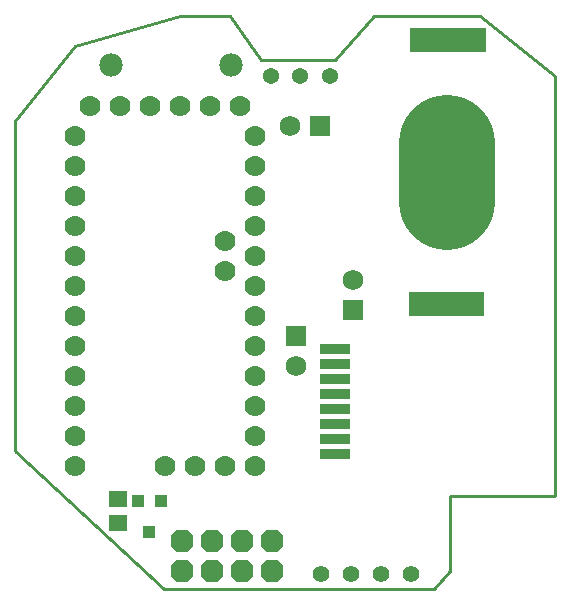
<source format=gts>
G75*
%MOIN*%
%OFA0B0*%
%FSLAX25Y25*%
%IPPOS*%
%LPD*%
%AMOC8*
5,1,8,0,0,1.08239X$1,22.5*
%
%ADD10C,0.01000*%
%ADD11C,0.07000*%
%ADD12C,0.07800*%
%ADD13C,0.05550*%
%ADD14C,0.05400*%
%ADD15R,0.04337X0.03943*%
%ADD16R,0.10400X0.03400*%
%ADD17OC8,0.07600*%
%ADD18R,0.12900X0.08400*%
%ADD19C,0.31896*%
%ADD20R,0.06900X0.06900*%
%ADD21C,0.06900*%
%ADD22R,0.06306X0.05518*%
D10*
X0001500Y0051000D02*
X0001500Y0161000D01*
X0021500Y0186000D01*
X0056500Y0196000D01*
X0073000Y0196000D01*
X0083606Y0181425D01*
X0108106Y0181425D01*
X0121000Y0196000D01*
X0156500Y0196000D01*
X0181500Y0176000D01*
X0181500Y0036000D01*
X0146500Y0036000D01*
X0146500Y0011000D01*
X0141000Y0005000D01*
X0051000Y0005000D01*
X0001500Y0051000D01*
D11*
X0021500Y0046000D03*
X0021500Y0056000D03*
X0021500Y0066000D03*
X0021500Y0076000D03*
X0021500Y0086000D03*
X0021500Y0096000D03*
X0021500Y0106000D03*
X0021500Y0116000D03*
X0021500Y0126000D03*
X0021500Y0136000D03*
X0021500Y0146000D03*
X0021500Y0156000D03*
X0026500Y0166000D03*
X0036500Y0166000D03*
X0046500Y0166000D03*
X0056500Y0166000D03*
X0066500Y0166000D03*
X0076500Y0166000D03*
X0081500Y0156000D03*
X0081500Y0146000D03*
X0081500Y0136000D03*
X0081500Y0126000D03*
X0081500Y0116000D03*
X0081500Y0106000D03*
X0081500Y0096000D03*
X0081500Y0086000D03*
X0081500Y0076000D03*
X0081500Y0066000D03*
X0081500Y0056000D03*
X0081500Y0046000D03*
X0071500Y0046000D03*
X0061500Y0046000D03*
X0051500Y0046000D03*
X0071500Y0111000D03*
X0071500Y0121000D03*
D12*
X0073587Y0179547D03*
X0033587Y0179547D03*
D13*
X0103500Y0010000D03*
X0113500Y0010000D03*
X0123500Y0010000D03*
X0133500Y0010000D03*
D14*
X0106343Y0176000D03*
X0096500Y0176000D03*
X0086657Y0176000D03*
D15*
X0050201Y0034425D03*
X0042327Y0034425D03*
X0046264Y0024189D03*
D16*
X0108000Y0050000D03*
X0108000Y0055000D03*
X0108000Y0060000D03*
X0108000Y0065000D03*
X0108000Y0070000D03*
X0108000Y0075000D03*
X0108000Y0080000D03*
X0108000Y0085000D03*
D17*
X0087000Y0021000D03*
X0087000Y0011000D03*
X0077000Y0011000D03*
X0077000Y0021000D03*
X0067000Y0021000D03*
X0067000Y0011000D03*
X0057000Y0011000D03*
X0057000Y0021000D03*
D18*
X0139000Y0100000D03*
X0151500Y0100000D03*
X0152000Y0188000D03*
X0139500Y0188000D03*
D19*
X0145500Y0153842D02*
X0145500Y0134158D01*
D20*
X0114173Y0097925D03*
X0095276Y0089421D03*
X0103000Y0159500D03*
D21*
X0093000Y0159500D03*
X0114173Y0107925D03*
X0095276Y0079421D03*
D22*
X0035933Y0027047D03*
X0035933Y0034921D03*
M02*

</source>
